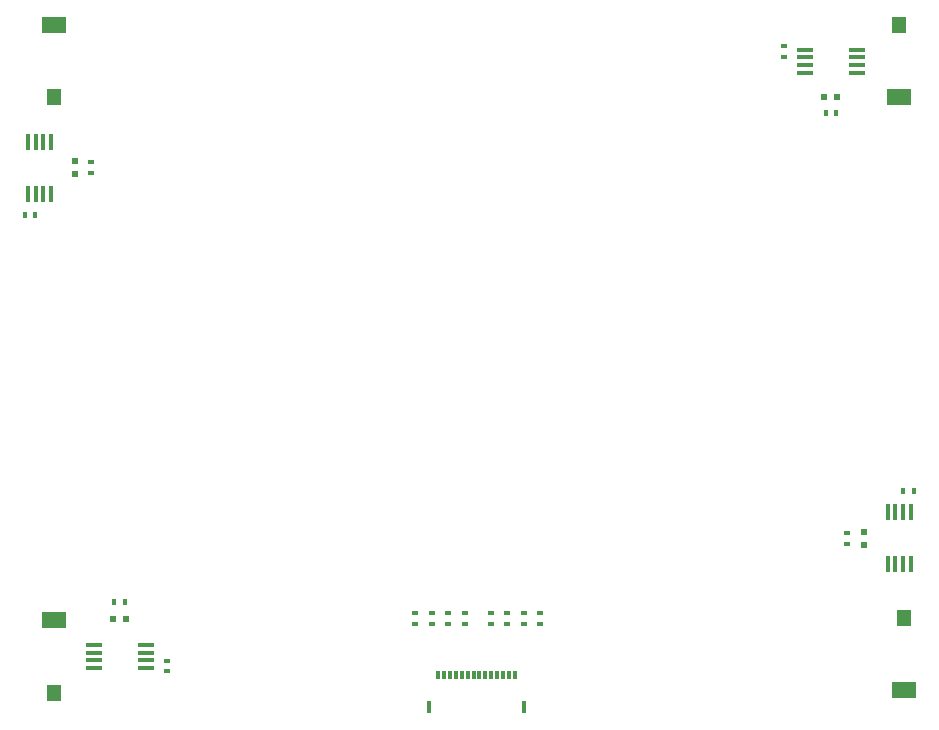
<source format=gbr>
G04 #@! TF.FileFunction,Paste,Top*
%FSLAX46Y46*%
G04 Gerber Fmt 4.6, Leading zero omitted, Abs format (unit mm)*
G04 Created by KiCad (PCBNEW 4.0.7-e2-6376~58~ubuntu16.04.1) date Thu Mar 22 00:24:48 2018*
%MOMM*%
%LPD*%
G01*
G04 APERTURE LIST*
%ADD10C,0.100000*%
%ADD11R,0.300000X0.700000*%
%ADD12R,0.300000X1.000000*%
%ADD13R,0.500000X0.600000*%
%ADD14R,0.600000X0.500000*%
%ADD15R,1.200000X1.400000*%
%ADD16R,2.000000X1.400000*%
%ADD17R,0.600000X0.400000*%
%ADD18R,0.400000X0.600000*%
%ADD19R,0.560000X0.360000*%
%ADD20R,1.450000X0.450000*%
%ADD21R,0.450000X1.450000*%
G04 APERTURE END LIST*
D10*
D11*
X149750000Y-127000000D03*
X149250000Y-127000000D03*
X148750000Y-127000000D03*
X148250000Y-127000000D03*
X147750000Y-127000000D03*
X147250000Y-127000000D03*
X146750000Y-127000000D03*
X153250000Y-127000000D03*
X151750000Y-127000000D03*
X152250000Y-127000000D03*
X152750000Y-127000000D03*
X151250000Y-127000000D03*
X150750000Y-127000000D03*
X150250000Y-127000000D03*
D12*
X145960000Y-129650000D03*
X154040000Y-129650000D03*
D13*
X116000000Y-84550000D03*
X116000000Y-83450000D03*
D14*
X179450000Y-78000000D03*
X180550000Y-78000000D03*
D13*
X182800000Y-114850000D03*
X182800000Y-115950000D03*
D14*
X120350000Y-122200000D03*
X119250000Y-122200000D03*
D15*
X114200000Y-78050000D03*
D16*
X114200000Y-71950000D03*
D15*
X185800000Y-71950000D03*
D16*
X185800000Y-78050000D03*
D15*
X186200000Y-122150000D03*
D16*
X186200000Y-128250000D03*
D15*
X114200000Y-128450000D03*
D16*
X114200000Y-122350000D03*
D17*
X117400000Y-84450000D03*
X117400000Y-83550000D03*
D18*
X112650000Y-88000000D03*
X111750000Y-88000000D03*
X179550000Y-79400000D03*
X180450000Y-79400000D03*
D17*
X176000000Y-74650000D03*
X176000000Y-73750000D03*
X181400000Y-114950000D03*
X181400000Y-115850000D03*
D18*
X186150000Y-111400000D03*
X187050000Y-111400000D03*
X120250000Y-120800000D03*
X119350000Y-120800000D03*
D17*
X123800000Y-125750000D03*
X123800000Y-126650000D03*
D19*
X144800000Y-121750000D03*
X144800000Y-122650000D03*
X151200000Y-121750000D03*
X151200000Y-122650000D03*
X146200000Y-121750000D03*
X146200000Y-122650000D03*
X152600000Y-121750000D03*
X152600000Y-122650000D03*
X147600000Y-121750000D03*
X147600000Y-122650000D03*
X154000000Y-121750000D03*
X154000000Y-122650000D03*
X149000000Y-121750000D03*
X149000000Y-122650000D03*
X155400000Y-121750000D03*
X155400000Y-122650000D03*
D20*
X117600000Y-125075000D03*
X117600000Y-124425000D03*
X117600000Y-125725000D03*
X117600000Y-126375000D03*
X122000000Y-124425000D03*
X122000000Y-125075000D03*
X122000000Y-125725000D03*
X122000000Y-126375000D03*
D21*
X185475000Y-117600000D03*
X184825000Y-117600000D03*
X186125000Y-117600000D03*
X186775000Y-117600000D03*
X184825000Y-113200000D03*
X185475000Y-113200000D03*
X186125000Y-113200000D03*
X186775000Y-113200000D03*
D20*
X182200000Y-75325000D03*
X182200000Y-75975000D03*
X182200000Y-74675000D03*
X182200000Y-74025000D03*
X177800000Y-75975000D03*
X177800000Y-75325000D03*
X177800000Y-74675000D03*
X177800000Y-74025000D03*
D21*
X113325000Y-81800000D03*
X113975000Y-81800000D03*
X112675000Y-81800000D03*
X112025000Y-81800000D03*
X113975000Y-86200000D03*
X113325000Y-86200000D03*
X112675000Y-86200000D03*
X112025000Y-86200000D03*
M02*

</source>
